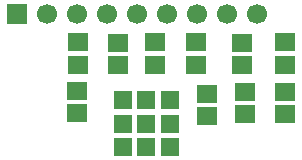
<source format=gbr>
G04 DipTrace 3.0.0.2*
G04 BottomMask.gbr*
%MOMM*%
G04 #@! TF.FileFunction,Soldermask,Bot*
G04 #@! TF.Part,Single*
%ADD25R,1.5X1.5*%
%ADD39R,1.7X1.5*%
%ADD41C,1.7*%
%ADD43R,1.7X1.7*%
%FSLAX35Y35*%
G04*
G71*
G90*
G75*
G01*
G04 BotMask*
%LPD*%
D43*
X161000Y1750000D3*
D41*
X415000D3*
X669000D3*
X923000D3*
X1177000D3*
X1431000D3*
X1685000D3*
X1939000D3*
X2193000D3*
D39*
X2090000Y902000D3*
Y1092000D3*
X677000Y1512000D3*
Y1322000D3*
X1018000Y1507000D3*
Y1317000D3*
X1330000Y1510000D3*
Y1320000D3*
X2431000Y1092000D3*
Y902000D3*
X2068000Y1507000D3*
Y1317000D3*
X2431000Y1320000D3*
Y1510000D3*
X1672000D3*
Y1320000D3*
X1767000Y884000D3*
Y1074000D3*
X671000Y910000D3*
Y1100000D3*
D25*
X1055000Y821000D3*
X1255000D3*
X1455000D3*
Y1021000D3*
X1255000D3*
X1055000D3*
X1053000Y621000D3*
X1253000D3*
X1453000D3*
M02*

</source>
